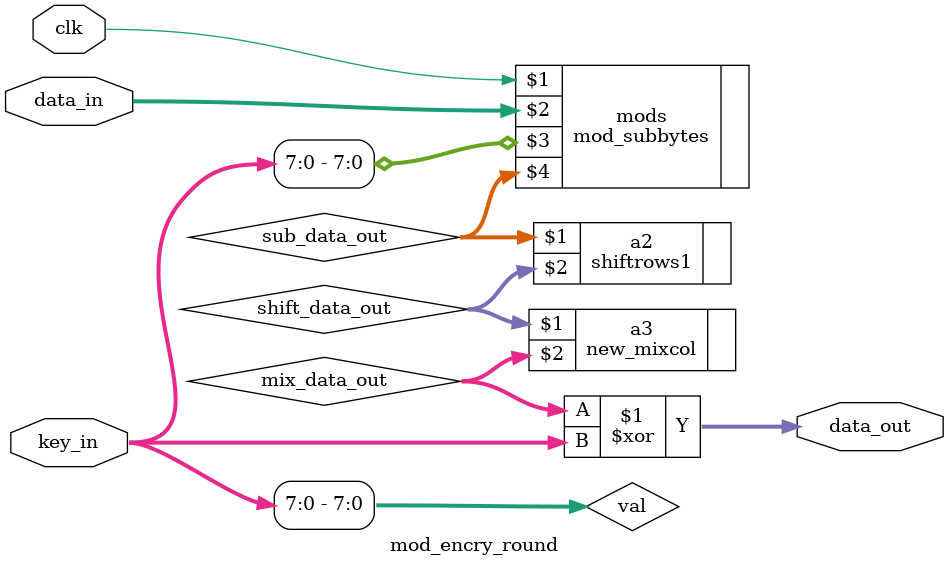
<source format=v>
module mod_encry_round(clk,data_in,key_in,data_out);
input clk;
input [127:0]data_in,key_in;
output [127:0] data_out;

wire [127:0]sub_data_out,shift_data_out,mix_data_out; 
wire [7:0] val;
assign val = key_in[7:0];

mod_subbytes mods(clk,data_in,val,sub_data_out);
shiftrows1 a2(sub_data_out,shift_data_out);
new_mixcol a3(shift_data_out,mix_data_out);

assign data_out=mix_data_out^key_in;
endmodule

</source>
